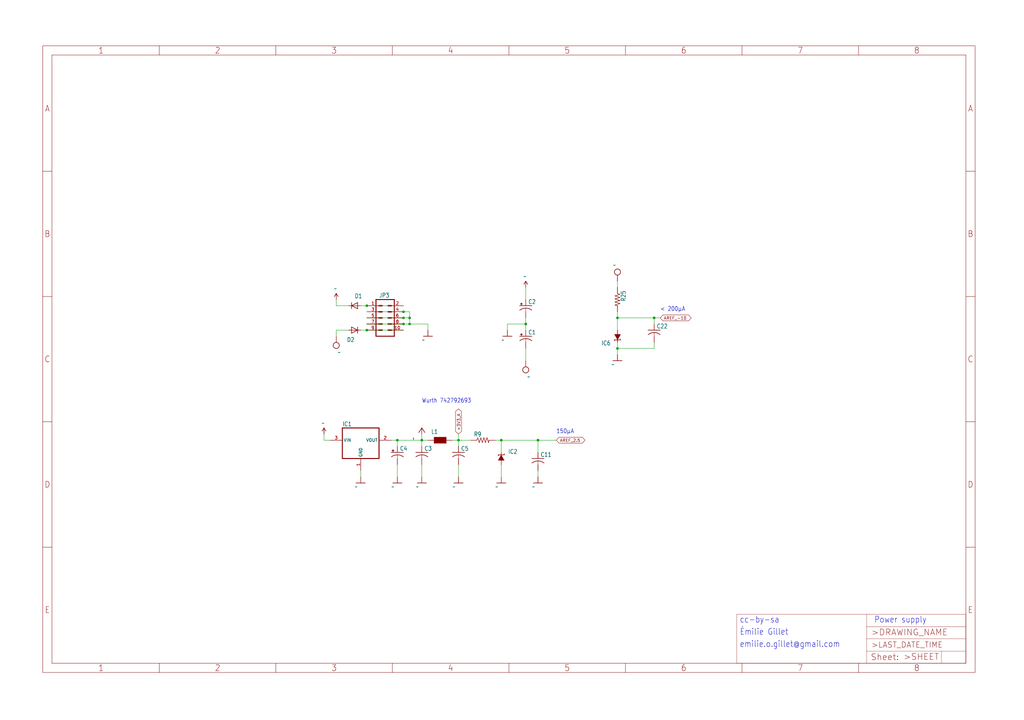
<source format=kicad_sch>
(kicad_sch (version 20211123) (generator eeschema)
  (paper "User" 425.45 299.161)
  (lib_symbols
    (symbol "peaks_v30-eagle-import:+3V3" (power)
      (property "Value" "+3V3" (at -2.54 -5.08 90))
      (symbol "+3V3_1_0"
        (polyline (pts (xy 0 0) (xy -1.27 -1.905)) (stroke (width 0.254)))
        (polyline (pts (xy 1.27 -1.905) (xy 0 0)) (stroke (width 0.254)))
        (pin power_in line (at 0 -2.54 90) (length 2.54) (name "+3V3") (number "1"))
      )
    )
    (symbol "peaks_v30-eagle-import:A3L-LOC"
      (symbol "A3L-LOC_0_0"
        (polyline (pts (xy 0 52.07) (xy 3.81 52.07)))
        (polyline (pts (xy 0 104.14) (xy 3.81 104.14)))
        (polyline (pts (xy 0 156.21) (xy 3.81 156.21)))
        (polyline (pts (xy 0 208.28) (xy 3.81 208.28)))
        (polyline (pts (xy 3.81 3.81) (xy 3.81 256.54)))
        (polyline (pts (xy 48.4188 0) (xy 48.4188 3.81)))
        (polyline (pts (xy 48.4188 256.54) (xy 48.4188 260.35)))
        (polyline (pts (xy 96.8375 0) (xy 96.8375 3.81)))
        (polyline (pts (xy 96.8375 256.54) (xy 96.8375 260.35)))
        (polyline (pts (xy 145.2563 0) (xy 145.2563 3.81)))
        (polyline (pts (xy 145.2563 256.54) (xy 145.2563 260.35)))
        (polyline (pts (xy 193.675 0) (xy 193.675 3.81)))
        (polyline (pts (xy 193.675 256.54) (xy 193.675 260.35)))
        (polyline (pts (xy 242.0938 0) (xy 242.0938 3.81)))
        (polyline (pts (xy 242.0938 256.54) (xy 242.0938 260.35)))
        (polyline (pts (xy 290.5125 0) (xy 290.5125 3.81)))
        (polyline (pts (xy 290.5125 256.54) (xy 290.5125 260.35)))
        (polyline (pts (xy 338.9313 0) (xy 338.9313 3.81)))
        (polyline (pts (xy 338.9313 256.54) (xy 338.9313 260.35)))
        (polyline (pts (xy 383.54 3.81) (xy 3.81 3.81)))
        (polyline (pts (xy 383.54 3.81) (xy 383.54 256.54)))
        (polyline (pts (xy 383.54 52.07) (xy 387.35 52.07)))
        (polyline (pts (xy 383.54 104.14) (xy 387.35 104.14)))
        (polyline (pts (xy 383.54 156.21) (xy 387.35 156.21)))
        (polyline (pts (xy 383.54 208.28) (xy 387.35 208.28)))
        (polyline (pts (xy 383.54 256.54) (xy 3.81 256.54)))
        (polyline (pts (xy 0 0) (xy 387.35 0) (xy 387.35 260.35) (xy 0 260.35) (xy 0 0)))
        (text "1" (at 24.2094 1.905 0) (effects (font (size 2.54 2.286))))
        (text "1" (at 24.2094 258.445 0) (effects (font (size 2.54 2.286))))
        (text "2" (at 72.6281 1.905 0) (effects (font (size 2.54 2.286))))
        (text "2" (at 72.6281 258.445 0) (effects (font (size 2.54 2.286))))
        (text "3" (at 121.0469 1.905 0) (effects (font (size 2.54 2.286))))
        (text "3" (at 121.0469 258.445 0) (effects (font (size 2.54 2.286))))
        (text "4" (at 169.4656 1.905 0) (effects (font (size 2.54 2.286))))
        (text "4" (at 169.4656 258.445 0) (effects (font (size 2.54 2.286))))
        (text "5" (at 217.8844 1.905 0) (effects (font (size 2.54 2.286))))
        (text "5" (at 217.8844 258.445 0) (effects (font (size 2.54 2.286))))
        (text "6" (at 266.3031 1.905 0) (effects (font (size 2.54 2.286))))
        (text "6" (at 266.3031 258.445 0) (effects (font (size 2.54 2.286))))
        (text "7" (at 314.7219 1.905 0) (effects (font (size 2.54 2.286))))
        (text "7" (at 314.7219 258.445 0) (effects (font (size 2.54 2.286))))
        (text "8" (at 363.1406 1.905 0) (effects (font (size 2.54 2.286))))
        (text "8" (at 363.1406 258.445 0) (effects (font (size 2.54 2.286))))
        (text "A" (at 1.905 234.315 0) (effects (font (size 2.54 2.286))))
        (text "A" (at 385.445 234.315 0) (effects (font (size 2.54 2.286))))
        (text "B" (at 1.905 182.245 0) (effects (font (size 2.54 2.286))))
        (text "B" (at 385.445 182.245 0) (effects (font (size 2.54 2.286))))
        (text "C" (at 1.905 130.175 0) (effects (font (size 2.54 2.286))))
        (text "C" (at 385.445 130.175 0) (effects (font (size 2.54 2.286))))
        (text "D" (at 1.905 78.105 0) (effects (font (size 2.54 2.286))))
        (text "D" (at 385.445 78.105 0) (effects (font (size 2.54 2.286))))
        (text "E" (at 1.905 26.035 0) (effects (font (size 2.54 2.286))))
        (text "E" (at 385.445 26.035 0) (effects (font (size 2.54 2.286))))
      )
      (symbol "A3L-LOC_1_0"
        (polyline (pts (xy 288.29 3.81) (xy 288.29 24.13)) (stroke (width 0.1016)))
        (polyline (pts (xy 288.29 3.81) (xy 342.265 3.81)) (stroke (width 0.1016)))
        (polyline (pts (xy 288.29 24.13) (xy 342.265 24.13)) (stroke (width 0.1016)))
        (polyline (pts (xy 342.265 3.81) (xy 373.38 3.81)) (stroke (width 0.1016)))
        (polyline (pts (xy 342.265 8.89) (xy 342.265 3.81)) (stroke (width 0.1016)))
        (polyline (pts (xy 342.265 8.89) (xy 342.265 13.97)) (stroke (width 0.1016)))
        (polyline (pts (xy 342.265 13.97) (xy 342.265 19.05)) (stroke (width 0.1016)))
        (polyline (pts (xy 342.265 13.97) (xy 383.54 13.97)) (stroke (width 0.1016)))
        (polyline (pts (xy 342.265 19.05) (xy 342.265 24.13)) (stroke (width 0.1016)))
        (polyline (pts (xy 342.265 19.05) (xy 383.54 19.05)) (stroke (width 0.1016)))
        (polyline (pts (xy 342.265 24.13) (xy 383.54 24.13)) (stroke (width 0.1016)))
        (polyline (pts (xy 373.38 3.81) (xy 373.38 8.89)) (stroke (width 0.1016)))
        (polyline (pts (xy 373.38 3.81) (xy 383.54 3.81)) (stroke (width 0.1016)))
        (polyline (pts (xy 373.38 8.89) (xy 342.265 8.89)) (stroke (width 0.1016)))
        (polyline (pts (xy 373.38 8.89) (xy 383.54 8.89)) (stroke (width 0.1016)))
        (polyline (pts (xy 383.54 3.81) (xy 383.54 8.89)) (stroke (width 0.1016)))
        (polyline (pts (xy 383.54 8.89) (xy 383.54 13.97)) (stroke (width 0.1016)))
        (polyline (pts (xy 383.54 13.97) (xy 383.54 19.05)) (stroke (width 0.1016)))
        (polyline (pts (xy 383.54 19.05) (xy 383.54 24.13)) (stroke (width 0.1016)))
        (text ">DRAWING_NAME" (at 344.17 15.24 0) (effects (font (size 2.54 2.54)) (justify left bottom)))
        (text ">LAST_DATE_TIME" (at 344.17 10.16 0) (effects (font (size 2.286 2.286)) (justify left bottom)))
        (text ">SHEET" (at 357.505 5.08 0) (effects (font (size 2.54 2.54)) (justify left bottom)))
        (text "Sheet:" (at 343.916 4.953 0) (effects (font (size 2.54 2.54)) (justify left bottom)))
      )
    )
    (symbol "peaks_v30-eagle-import:C-USC0603"
      (property "Reference" "C" (at 1.016 0.635 0))
      (property "Value" "C-USC0603" (at 1.016 -4.191 0))
      (symbol "C-USC0603_1_0"
        (arc (start 0 -1.0161) (mid -1.302 -1.2303) (end -2.4668 -1.8504) (stroke (width 0.254)))
        (polyline (pts (xy -2.54 0) (xy 2.54 0)) (stroke (width 0.254)))
        (polyline (pts (xy 0 -1.016) (xy 0 -2.54)) (stroke (width 0.1524)))
        (arc (start 2.4892 -1.8542) (mid 1.3158 -1.2195) (end 0 -1) (stroke (width 0.254)))
        (pin passive line (at 0 2.54 270) (length 2.54) (name "1") (number "1"))
        (pin passive line (at 0 -5.08 90) (length 2.54) (name "2") (number "2"))
      )
    )
    (symbol "peaks_v30-eagle-import:CPOL-USC"
      (property "Reference" "C" (at 1.016 0.635 0))
      (property "Value" "CPOL-USC" (at 1.016 -4.191 0))
      (symbol "CPOL-USC_1_0"
        (rectangle (start -2.253 0.668) (end -1.364 0.795) (fill (type outline)))
        (rectangle (start -1.872 0.287) (end -1.745 1.176) (fill (type outline)))
        (arc (start 0 -1.0161) (mid -1.3021 -1.2302) (end -2.4669 -1.8504) (stroke (width 0.254)))
        (polyline (pts (xy -2.54 0) (xy 2.54 0)) (stroke (width 0.254)))
        (polyline (pts (xy 0 -1.016) (xy 0 -2.54)) (stroke (width 0.1524)))
        (arc (start 2.4892 -1.8542) (mid 1.3158 -1.2195) (end 0 -1) (stroke (width 0.254)))
        (pin passive line (at 0 2.54 270) (length 2.54) (name "+") (number "+"))
        (pin passive line (at 0 -5.08 90) (length 2.54) (name "-") (number "-"))
      )
    )
    (symbol "peaks_v30-eagle-import:DIODE-SOD123"
      (property "Reference" "D" (at 2.54 0.4826 0))
      (property "Value" "DIODE-SOD123" (at 2.54 -2.3114 0))
      (symbol "DIODE-SOD123_1_0"
        (polyline (pts (xy -1.27 -1.27) (xy 1.27 0)) (stroke (width 0.254)))
        (polyline (pts (xy -1.27 1.27) (xy -1.27 -1.27)) (stroke (width 0.254)))
        (polyline (pts (xy 1.27 0) (xy -1.27 1.27)) (stroke (width 0.254)))
        (polyline (pts (xy 1.27 0) (xy 1.27 -1.27)) (stroke (width 0.254)))
        (polyline (pts (xy 1.27 1.27) (xy 1.27 0)) (stroke (width 0.254)))
        (pin passive line (at -2.54 0 0) (length 2.54) (name "A") (number "A"))
        (pin passive line (at 2.54 0 180) (length 2.54) (name "C") (number "C"))
      )
    )
    (symbol "peaks_v30-eagle-import:GND" (power)
      (property "Value" "GND" (at -2.54 -2.54 0))
      (symbol "GND_1_0"
        (polyline (pts (xy -1.905 0) (xy 1.905 0)) (stroke (width 0.254)))
        (pin power_in line (at 0 2.54 270) (length 2.54) (name "GND") (number "1"))
      )
    )
    (symbol "peaks_v30-eagle-import:LM4041DBZ"
      (property "Reference" "IC" (at 2.794 1.905 0))
      (property "Value" "LM4041DBZ" (at 2.794 -0.889 0))
      (symbol "LM4041DBZ_1_0"
        (polyline (pts (xy -1.27 1.524) (xy -1.27 1.143)) (stroke (width 0.254)))
        (polyline (pts (xy 0 1.524) (xy -1.27 1.524)) (stroke (width 0.254)))
        (polyline (pts (xy 1.27 1.524) (xy 0 1.524)) (stroke (width 0.254)))
        (polyline (pts (xy 1.27 1.905) (xy 1.27 1.524)) (stroke (width 0.254)))
        (polyline (pts (xy 0 1.524) (xy -1.27 -0.762) (xy 1.27 -0.762)) (fill (type outline)))
        (pin passive line (at 0 2.54 270) (length 2.54) (name "C") (number "1"))
        (pin passive line (at 0 -2.54 90) (length 2.54) (name "A") (number "2"))
      )
    )
    (symbol "peaks_v30-eagle-import:M05X2PTH"
      (property "Reference" "JP" (at -2.54 8.382 0))
      (property "Value" "M05X2PTH" (at -2.54 -10.16 0))
      (symbol "M05X2PTH_1_0"
        (polyline (pts (xy -3.81 7.62) (xy -3.81 -7.62)) (stroke (width 0.4064)))
        (polyline (pts (xy -3.81 7.62) (xy 3.81 7.62)) (stroke (width 0.4064)))
        (polyline (pts (xy -1.27 -5.08) (xy -2.54 -5.08)) (stroke (width 0.6096)))
        (polyline (pts (xy -1.27 -2.54) (xy -2.54 -2.54)) (stroke (width 0.6096)))
        (polyline (pts (xy -1.27 0) (xy -2.54 0)) (stroke (width 0.6096)))
        (polyline (pts (xy -1.27 2.54) (xy -2.54 2.54)) (stroke (width 0.6096)))
        (polyline (pts (xy -1.27 5.08) (xy -2.54 5.08)) (stroke (width 0.6096)))
        (polyline (pts (xy 1.27 -5.08) (xy 2.54 -5.08)) (stroke (width 0.6096)))
        (polyline (pts (xy 1.27 -2.54) (xy 2.54 -2.54)) (stroke (width 0.6096)))
        (polyline (pts (xy 1.27 0) (xy 2.54 0)) (stroke (width 0.6096)))
        (polyline (pts (xy 1.27 2.54) (xy 2.54 2.54)) (stroke (width 0.6096)))
        (polyline (pts (xy 1.27 5.08) (xy 2.54 5.08)) (stroke (width 0.6096)))
        (polyline (pts (xy 3.81 -7.62) (xy -3.81 -7.62)) (stroke (width 0.4064)))
        (polyline (pts (xy 3.81 -7.62) (xy 3.81 7.62)) (stroke (width 0.4064)))
        (pin passive line (at -7.62 5.08 0) (length 5.08) (name "1") (number "1"))
        (pin passive line (at 7.62 -5.08 180) (length 5.08) (name "10") (number "10"))
        (pin passive line (at 7.62 5.08 180) (length 5.08) (name "2") (number "2"))
        (pin passive line (at -7.62 2.54 0) (length 5.08) (name "3") (number "3"))
        (pin passive line (at 7.62 2.54 180) (length 5.08) (name "4") (number "4"))
        (pin passive line (at -7.62 0 0) (length 5.08) (name "5") (number "5"))
        (pin passive line (at 7.62 0 180) (length 5.08) (name "6") (number "6"))
        (pin passive line (at -7.62 -2.54 0) (length 5.08) (name "7") (number "7"))
        (pin passive line (at 7.62 -2.54 180) (length 5.08) (name "8") (number "8"))
        (pin passive line (at -7.62 -5.08 0) (length 5.08) (name "9") (number "9"))
      )
    )
    (symbol "peaks_v30-eagle-import:R-US_R0603"
      (property "Reference" "R" (at -3.81 1.4986 0))
      (property "Value" "R-US_R0603" (at -3.81 -3.302 0))
      (symbol "R-US_R0603_1_0"
        (polyline (pts (xy -2.54 0) (xy -2.159 1.016)) (stroke (width 0.2032)))
        (polyline (pts (xy -2.159 1.016) (xy -1.524 -1.016)) (stroke (width 0.2032)))
        (polyline (pts (xy -1.524 -1.016) (xy -0.889 1.016)) (stroke (width 0.2032)))
        (polyline (pts (xy -0.889 1.016) (xy -0.254 -1.016)) (stroke (width 0.2032)))
        (polyline (pts (xy -0.254 -1.016) (xy 0.381 1.016)) (stroke (width 0.2032)))
        (polyline (pts (xy 0.381 1.016) (xy 1.016 -1.016)) (stroke (width 0.2032)))
        (polyline (pts (xy 1.016 -1.016) (xy 1.651 1.016)) (stroke (width 0.2032)))
        (polyline (pts (xy 1.651 1.016) (xy 2.286 -1.016)) (stroke (width 0.2032)))
        (polyline (pts (xy 2.286 -1.016) (xy 2.54 0)) (stroke (width 0.2032)))
        (pin passive line (at -5.08 0 0) (length 2.54) (name "1") (number "1"))
        (pin passive line (at 5.08 0 180) (length 2.54) (name "2") (number "2"))
      )
    )
    (symbol "peaks_v30-eagle-import:REG1117"
      (property "Reference" "IC" (at -7.62 5.715 0))
      (property "Value" "REG1117" (at -5.08 2.54 0))
      (symbol "REG1117_1_0"
        (polyline (pts (xy -7.62 -7.62) (xy 7.62 -7.62)) (stroke (width 0.4064)))
        (polyline (pts (xy -7.62 5.08) (xy -7.62 -7.62)) (stroke (width 0.4064)))
        (polyline (pts (xy 7.62 -7.62) (xy 7.62 5.08)) (stroke (width 0.4064)))
        (polyline (pts (xy 7.62 5.08) (xy -7.62 5.08)) (stroke (width 0.4064)))
        (pin power_in line (at 0 -12.7 90) (length 5.08) (name "GND") (number "1"))
        (pin output line (at 12.7 0 180) (length 5.08) (name "VOUT") (number "2"))
        (pin input line (at -12.7 0 0) (length 5.08) (name "VIN") (number "3"))
      )
    )
    (symbol "peaks_v30-eagle-import:VCC" (power)
      (property "Value" "VCC" (at -1.016 3.556 0))
      (symbol "VCC_1_0"
        (polyline (pts (xy 0 2.54) (xy -0.762 1.27)) (stroke (width 0.254)))
        (polyline (pts (xy 0.762 1.27) (xy 0 2.54)) (stroke (width 0.254)))
        (pin power_in line (at 0 0 90) (length 2.54) (name "VCC") (number "1"))
      )
    )
    (symbol "peaks_v30-eagle-import:VEE" (power)
      (property "Value" "VEE" (at -1.905 3.175 0))
      (symbol "VEE_1_0"
        (circle (center 0 1.27) (radius 1.27) (stroke (width 0.254)))
        (pin power_in line (at 0 -2.54 90) (length 2.54) (name "VEE") (number "1"))
      )
    )
    (symbol "peaks_v30-eagle-import:WE-CBF_0603"
      (property "Reference" "L" (at -3.81 5.08 0))
      (property "Value" "WE-CBF_0603" (at -3.81 -1.27 0))
      (symbol "WE-CBF_0603_1_0"
        (rectangle (start -2.54 1.27) (end 2.54 3.81) (fill (type outline)))
        (pin passive line (at -5.08 2.54 0) (length 2.54) (name "1") (number "1"))
        (pin passive line (at 5.08 2.54 180) (length 2.54) (name "2") (number "2"))
      )
    )
  )
  (junction (at 167.64 134.62))
  (junction (at 256.54 144.78))
  (junction (at 223.52 182.88))
  (junction (at 271.78 132.08))
  (junction (at 170.18 132.08))
  (junction (at 152.4 137.16))
  (junction (at 256.54 132.08))
  (junction (at 218.44 134.62))
  (junction (at 170.18 134.62))
  (junction (at 175.26 182.88))
  (junction (at 152.4 127))
  (junction (at 190.5 182.88))
  (junction (at 208.28 182.88))
  (junction (at 167.64 129.54))
  (junction (at 167.64 132.08))
  (junction (at 165.1 182.88))
  (wire (pts (xy 195.58 182.88) (xy 190.5 182.88)))
  (wire (pts (xy 170.18 134.62) (xy 177.8 134.62)))
  (wire (pts (xy 208.28 182.88) (xy 208.28 187.96)))
  (wire (pts (xy 256.54 132.08) (xy 256.54 129.54)))
  (wire (pts (xy 170.18 129.54) (xy 170.18 132.08)))
  (wire (pts (xy 149.86 127) (xy 152.4 127)))
  (wire (pts (xy 177.8 182.88) (xy 175.26 182.88)))
  (wire (pts (xy 170.18 132.08) (xy 170.18 134.62)))
  (wire (pts (xy 152.4 127) (xy 167.64 127)))
  (wire (pts (xy 271.78 142.24) (xy 271.78 144.78)))
  (wire (pts (xy 256.54 144.78) (xy 271.78 144.78)))
  (wire (pts (xy 175.26 193.04) (xy 175.26 198.12)))
  (wire (pts (xy 139.7 137.16) (xy 139.7 139.7)))
  (wire (pts (xy 165.1 185.42) (xy 165.1 182.88)))
  (wire (pts (xy 175.26 185.42) (xy 175.26 182.88)))
  (wire (pts (xy 187.96 182.88) (xy 190.5 182.88)))
  (wire (pts (xy 149.86 137.16) (xy 152.4 137.16)))
  (wire (pts (xy 218.44 132.08) (xy 218.44 134.62)))
  (wire (pts (xy 271.78 132.08) (xy 256.54 132.08)))
  (wire (pts (xy 256.54 142.24) (xy 256.54 144.78)))
  (wire (pts (xy 139.7 127) (xy 144.78 127)))
  (wire (pts (xy 152.4 137.16) (xy 167.64 137.16)))
  (wire (pts (xy 256.54 144.78) (xy 256.54 147.32)))
  (wire (pts (xy 256.54 137.16) (xy 256.54 132.08)))
  (wire (pts (xy 139.7 137.16) (xy 144.78 137.16)))
  (wire (pts (xy 190.5 193.04) (xy 190.5 198.12)))
  (wire (pts (xy 190.5 182.88) (xy 190.5 180.34)))
  (wire (pts (xy 134.62 182.88) (xy 137.16 182.88)))
  (wire (pts (xy 149.86 195.58) (xy 149.86 198.12)))
  (wire (pts (xy 271.78 132.08) (xy 271.78 134.62)))
  (wire (pts (xy 256.54 119.38) (xy 256.54 116.84)))
  (wire (pts (xy 167.64 134.62) (xy 170.18 134.62)))
  (wire (pts (xy 170.18 132.08) (xy 167.64 132.08)))
  (wire (pts (xy 205.74 182.88) (xy 208.28 182.88)))
  (wire (pts (xy 271.78 132.08) (xy 274.32 132.08)))
  (wire (pts (xy 210.82 134.62) (xy 210.82 137.16)))
  (wire (pts (xy 223.52 182.88) (xy 208.28 182.88)))
  (wire (pts (xy 218.44 144.78) (xy 218.44 149.86)))
  (wire (pts (xy 190.5 182.88) (xy 190.5 185.42)))
  (wire (pts (xy 165.1 193.04) (xy 165.1 198.12)))
  (wire (pts (xy 218.44 134.62) (xy 218.44 137.16)))
  (wire (pts (xy 223.52 187.96) (xy 223.52 182.88)))
  (wire (pts (xy 167.64 132.08) (xy 152.4 132.08)))
  (wire (pts (xy 177.8 134.62) (xy 177.8 137.16)))
  (wire (pts (xy 223.52 195.58) (xy 223.52 198.12)))
  (wire (pts (xy 208.28 193.04) (xy 208.28 198.12)))
  (wire (pts (xy 152.4 129.54) (xy 167.64 129.54)))
  (wire (pts (xy 175.26 180.34) (xy 175.26 182.88)))
  (wire (pts (xy 139.7 127) (xy 139.7 124.46)))
  (wire (pts (xy 218.44 124.46) (xy 218.44 119.38)))
  (wire (pts (xy 218.44 134.62) (xy 210.82 134.62)))
  (wire (pts (xy 152.4 134.62) (xy 167.64 134.62)))
  (wire (pts (xy 223.52 182.88) (xy 231.14 182.88)))
  (wire (pts (xy 162.56 182.88) (xy 165.1 182.88)))
  (wire (pts (xy 167.64 129.54) (xy 170.18 129.54)))
  (wire (pts (xy 134.62 180.34) (xy 134.62 182.88)))
  (wire (pts (xy 165.1 182.88) (xy 175.26 182.88)))
  (text "cc-by-sa" (at 307.34 259.08 180) (effects (font (size 2.54 2.159)) (justify left bottom)))
  (text "emilie.o.gillet@gmail.com" (at 307.34 269.24 180) (effects (font (size 2.54 2.159)) (justify left bottom)))
  (text "Wurth 742792693" (at 175.26 167.64 180) (effects (font (size 1.778 1.5113)) (justify left bottom)))
  (text "150µA" (at 231.14 180.34 180) (effects (font (size 1.778 1.5113)) (justify left bottom)))
  (text "< 200µA" (at 274.32 129.54 180) (effects (font (size 1.778 1.5113)) (justify left bottom)))
  (text "Power supply" (at 363.22 259.08 180) (effects (font (size 2.54 2.159)) (justify left bottom)))
  (text "Émilie Gillet" (at 307.34 264.16 180) (effects (font (size 2.54 2.159)) (justify left bottom)))
  (global_label "+3V3_A" (shape bidirectional) (at 190.5 180.34 90) (effects (font (size 1.2446 1.2446))) (property "Intersheet References" "${INTERSHEET_REFS}" (effects hide)))
  (global_label "AREF_2.5" (shape bidirectional) (at 231.14 182.88 0) (effects (font (size 1.2446 1.2446))) (property "Intersheet References" "${INTERSHEET_REFS}" (effects hide)))
  (global_label "AREF_-10" (shape bidirectional) (at 274.32 132.08 0) (effects (font (size 1.2446 1.2446))) (property "Intersheet References" "${INTERSHEET_REFS}" (effects hide)))
  (symbol (lib_id "peaks_v30-eagle-import:GND") (at 210.82 139.7 0) (unit 1)
    (property "Reference" "#GND24" (effects hide))
  )
  (symbol (lib_id "peaks_v30-eagle-import:VCC") (at 139.7 124.46 0) (unit 1)
    (property "Reference" "#P+2" (effects hide))
  )
  (symbol (lib_id "peaks_v30-eagle-import:LM4041DBZ") (at 208.28 190.5 0) (unit 1)
    (property "Reference" "IC2" (at 211.074 188.595 0) (effects (font (size 1.778 1.5113)) (justify left bottom)))
  )
  (symbol (lib_id "peaks_v30-eagle-import:GND") (at 177.8 139.7 0) (unit 1)
    (property "Reference" "#GND23" (effects hide))
  )
  (symbol (lib_id "peaks_v30-eagle-import:DIODE-SOD123") (at 147.32 127 180) (unit 1)
    (property "Reference" "D1" (at 147.32 123.9774 0) (effects (font (size 1.778 1.5113)) (justify right top)))
  )
  (symbol (lib_id "peaks_v30-eagle-import:GND") (at 190.5 200.66 0) (unit 1)
    (property "Reference" "#GND4" (effects hide))
  )
  (symbol (lib_id "peaks_v30-eagle-import:VEE") (at 256.54 114.3 0) (unit 1)
    (property "Reference" "#SUPPLY1" (effects hide))
  )
  (symbol (lib_id "peaks_v30-eagle-import:GND") (at 223.52 200.66 0) (unit 1)
    (property "Reference" "#GND41" (effects hide))
  )
  (symbol (lib_id "peaks_v30-eagle-import:R-US_R0603") (at 256.54 124.46 270) (unit 1)
    (property "Reference" "R25" (at 258.0386 120.65 0) (effects (font (size 1.778 1.5113)) (justify left bottom)))
  )
  (symbol (lib_id "peaks_v30-eagle-import:GND") (at 208.28 200.66 0) (unit 1)
    (property "Reference" "#GND40" (effects hide))
  )
  (symbol (lib_id "peaks_v30-eagle-import:GND") (at 256.54 149.86 0) (unit 1)
    (property "Reference" "#GND69" (effects hide))
  )
  (symbol (lib_id "peaks_v30-eagle-import:WE-CBF_0603") (at 182.88 185.42 0) (unit 1)
    (property "Reference" "L1" (at 179.07 180.34 0) (effects (font (size 1.778 1.5113)) (justify left bottom)))
  )
  (symbol (lib_id "peaks_v30-eagle-import:GND") (at 175.26 200.66 0) (unit 1)
    (property "Reference" "#GND36" (effects hide))
  )
  (symbol (lib_id "peaks_v30-eagle-import:C-USC0603") (at 223.52 190.5 0) (unit 1)
    (property "Reference" "C11" (at 224.536 189.865 0) (effects (font (size 1.778 1.5113)) (justify left bottom)))
  )
  (symbol (lib_id "peaks_v30-eagle-import:CPOL-USC") (at 218.44 139.7 0) (unit 1)
    (property "Reference" "C1" (at 219.456 139.065 0) (effects (font (size 1.778 1.5113)) (justify left bottom)))
  )
  (symbol (lib_id "peaks_v30-eagle-import:C-USC0603") (at 190.5 187.96 0) (unit 1)
    (property "Reference" "C5" (at 191.516 187.325 0) (effects (font (size 1.778 1.5113)) (justify left bottom)))
  )
  (symbol (lib_id "peaks_v30-eagle-import:GND") (at 165.1 200.66 0) (unit 1)
    (property "Reference" "#GND35" (effects hide))
  )
  (symbol (lib_id "peaks_v30-eagle-import:C-USC0603") (at 175.26 187.96 0) (unit 1)
    (property "Reference" "C3" (at 176.276 187.325 0) (effects (font (size 1.778 1.5113)) (justify left bottom)))
  )
  (symbol (lib_id "peaks_v30-eagle-import:R-US_R0603") (at 200.66 182.88 0) (unit 1)
    (property "Reference" "R9" (at 196.85 181.3814 0) (effects (font (size 1.778 1.5113)) (justify left bottom)))
  )
  (symbol (lib_id "peaks_v30-eagle-import:+3V3") (at 175.26 177.8 0) (unit 1)
    (property "Reference" "#+3V1" (effects hide))
  )
  (symbol (lib_id "peaks_v30-eagle-import:CPOL-USC") (at 218.44 127 0) (unit 1)
    (property "Reference" "C2" (at 219.456 126.365 0) (effects (font (size 1.778 1.5113)) (justify left bottom)))
  )
  (symbol (lib_id "peaks_v30-eagle-import:CPOL-USC") (at 165.1 187.96 0) (unit 1)
    (property "Reference" "C4" (at 166.116 187.325 0) (effects (font (size 1.778 1.5113)) (justify left bottom)))
  )
  (symbol (lib_id "peaks_v30-eagle-import:VCC") (at 218.44 119.38 0) (unit 1)
    (property "Reference" "#P+3" (effects hide))
  )
  (symbol (lib_id "peaks_v30-eagle-import:LM4041DBZ") (at 256.54 139.7 180) (unit 1)
    (property "Reference" "IC6" (at 253.746 141.605 0) (effects (font (size 1.778 1.5113)) (justify left bottom)))
  )
  (symbol (lib_id "peaks_v30-eagle-import:DIODE-SOD123") (at 147.32 137.16 0) (unit 1)
    (property "Reference" "D2" (at 147.32 140.1826 0) (effects (font (size 1.778 1.5113)) (justify right top)))
  )
  (symbol (lib_id "peaks_v30-eagle-import:M05X2PTH") (at 160.02 132.08 0) (unit 1)
    (property "Reference" "JP3" (at 157.48 123.698 0) (effects (font (size 1.778 1.5113)) (justify left bottom)))
  )
  (symbol (lib_id "peaks_v30-eagle-import:VEE") (at 218.44 152.4 180) (unit 1)
    (property "Reference" "#SUPPLY3" (effects hide))
  )
  (symbol (lib_id "peaks_v30-eagle-import:VEE") (at 139.7 142.24 180) (unit 1)
    (property "Reference" "#SUPPLY2" (effects hide))
  )
  (symbol (lib_id "peaks_v30-eagle-import:REG1117") (at 149.86 182.88 0) (unit 1)
    (property "Reference" "IC1" (at 142.24 177.165 0) (effects (font (size 1.778 1.5113)) (justify left bottom)))
  )
  (symbol (lib_id "peaks_v30-eagle-import:C-USC0603") (at 271.78 137.16 0) (unit 1)
    (property "Reference" "C22" (at 272.796 136.525 0) (effects (font (size 1.778 1.5113)) (justify left bottom)))
  )
  (symbol (lib_id "peaks_v30-eagle-import:VCC") (at 134.62 180.34 0) (unit 1)
    (property "Reference" "#P+8" (effects hide))
  )
  (symbol (lib_id "peaks_v30-eagle-import:GND") (at 149.86 200.66 0) (unit 1)
    (property "Reference" "#GND34" (effects hide))
  )
  (symbol (lib_id "peaks_v30-eagle-import:A3L-LOC") (at 17.78 279.4 0) (unit 1)
    (property "Reference" "#FRAME2" (effects hide))
  )
)
</source>
